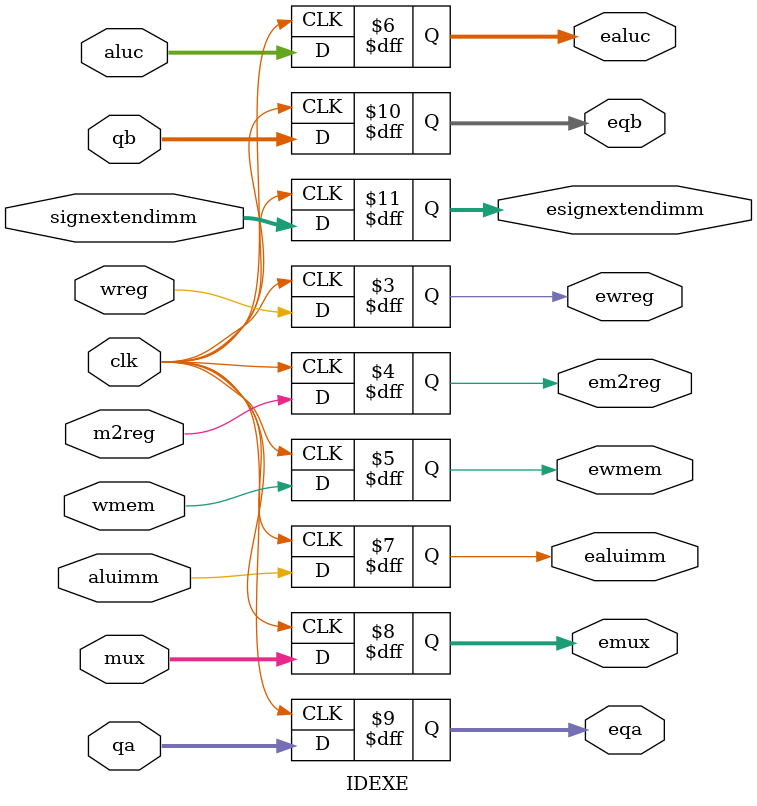
<source format=v>
`timescale 1ns / 1ps
module PC(
    input clk, 
    input [31:0]nextpc,
    output reg [31:0]currentpc   
    );
    
    always@(posedge clk)
    begin
    currentpc<=nextpc;
    end
    
    initial begin
    currentpc=100;
    end   
    
endmodule 

module adder( pc, nextpc

    );
input [31:0]pc;
output reg [31:0]nextpc;
     always @(*) begin 
     nextpc <= pc+4;
     end
endmodule


module IM(
    input [31:0] pc,
    output reg[31:0]instruction
    );
reg [31:0]instructionmemory[511:0];


    initial
    begin 
    instructionmemory[100] = 32'h8c220000;
    instructionmemory[104] = 32'h8c230004;      
    end 
     
     always @(pc)
     begin
     instruction <= instructionmemory[pc];
     end
  
endmodule



module IFID( clk, instruction, opcode, rt, rs, rd, imm

);
input clk;
input [31:0]instruction;
output reg [5:0]opcode;
output reg[4:0]rs, rt, rd;
output reg [15:0]imm;

    always @(posedge clk)
    begin
    opcode<=instruction[31:26];
    rs <= instruction[25:21];
    rt <= instruction[20:16];
    rd <= instruction[15:11];
    imm <= instruction[15:0];
    end
endmodule 



module controlUnit( opcode, wreg, m2reg, wmem, aluc, aluimm, regrt);

input [5:0]opcode;
output reg wreg;
output reg m2reg;
output reg wmem;
output reg [3:0]aluc;
output reg aluimm;
output reg regrt;

    always @(opcode) begin
    case (opcode)
    6'b100011:
    begin 
        aluc <=4'b0010;
        wreg=1'b1; 
        m2reg = 1'b1; 
        wmem=1'b0; 
        aluimm=1'b1; 
        regrt=1'b1;
    end
    endcase
    end

endmodule
    


module mp( rd, rt, regrt, out);

input [4:0]rd;
input [4:0]rt;
input regrt;
output reg[4:0]out;

always @ (*)
    if (regrt == 1) begin
        out <= rt;
        end
    else begin
        out <= rd;
        end
endmodule




module regMem(
input [4:0]rs,
input [4:0]rt,
output reg[31:0]qa,
output reg[31:0]qb
    );
reg [31:0]regfile[31:0];

    //always @(negedge clk)
integer i;
    initial begin 
    for (i=0;i<32; i= i+1)
        regfile[i] = 0;
        end
     always @(*) begin
        qa <= regfile[rs];
        qb <= regfile[rt];
     end

endmodule


module signExtend( imm, signextendimm
);
input [15:0]imm;
output reg [31:0]signextendimm;

//look at 16th bit, extend by that bit
    always @(*)  begin
    signextendimm <= {{16{imm[15]}}, imm[15:0]};
    end 
 

       
endmodule

module IDEXE( clk, wreg, m2reg, wmem, aluc, aluimm, mux, qa, qb, signextendimm, ewreg, em2reg, ewmem, ealuc, ealuimm, emux, eqa, eqb, esignextendimm
);
input clk;
input wreg;
input m2reg;
input wmem;
input [3:0]aluc;
input aluimm;
input [4:0]mux;
input [4:0]qa;
input [4:0]qb;
input [31:0]signextendimm; 
output reg ewreg;
output reg em2reg;
output reg ewmem;
output reg [3:0]ealuc;
output reg ealuimm;
output reg[4:0]emux;
output reg[4:0]eqa;
output reg[4:0]eqb;
output reg[31:0]esignextendimm; 

    always @(posedge clk)
    begin
    ewreg <= wreg;
    em2reg <= m2reg;
    ewmem <= wmem;
    ealuc <= aluc;
    ealuimm <= aluimm;
    emux <= mux;
    eqa <= qa;
    eqb <= qb;
    esignextendimm <= signextendimm;
    end
    
endmodule 

</source>
